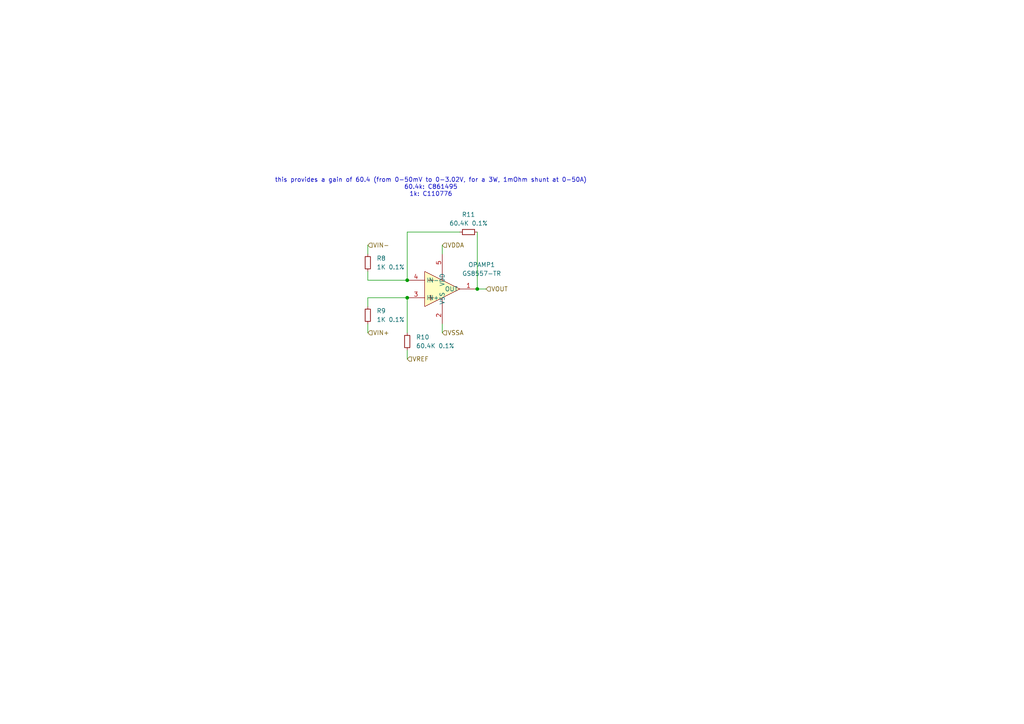
<source format=kicad_sch>
(kicad_sch (version 20250114) (generator "eeschema") (generator_version "9.0")
  (paper "A4")
  (lib_symbols
    (symbol "Device:R_Small" (pin_numbers (hide yes)) (pin_names (offset 0.254) (hide yes))
      (property "Reference" "R" (at 0 0 90))
      (property "Value" "R_Small" (at 1.778 0 90))
      (symbol "R_Small_0_1"
        (rectangle (start -0.762 1.778) (end 0.762 -1.778) (stroke (width 0.2032)))
      )
      (symbol "R_Small_1_1"
        (pin passive line (at 0 2.54 270) (length 0.762) (name "~") (number "1"))
        (pin passive line (at 0 -2.54 90) (length 0.762) (name "~") (number "2"))
      )
    )
    (symbol "EasyEDA:GS8557-TR"
      (property "Reference" "U" (at 0 15.24 0))
      (property "Value" "GS8557-TR" (at 0 -15.24 0))
      (symbol "GS8557-TR_0_1"
        (polyline (pts (xy -4.06 2.54) (xy -2.54 2.54)))
        (polyline (pts (xy -4.06 -2.54) (xy -2.54 -2.54)))
        (polyline (pts (xy -3.3 -1.78) (xy -3.3 -3.3)))
        (polyline (pts (xy 0 5.08) (xy 0 2.54)))
        (polyline (pts (xy 0 -2.54) (xy 0 -5.08)))
        (polyline (pts (xy 5.08 0) (xy -5.08 -5.08) (xy -5.08 5.08) (xy 5.08 0)) (fill (type background)))
        (pin unspecified line (at -10.16 2.54 0) (length 5.08) (name "IN-") (number "4"))
        (pin unspecified line (at -10.16 -2.54 0) (length 5.08) (name "IN+") (number "3"))
        (pin power_in line (at 0 10.16 270) (length 5.08) (name "VDD") (number "5"))
        (pin power_in line (at 0 -10.16 90) (length 5.08) (name "VSS") (number "2"))
        (pin output line (at 10.16 0 180) (length 5.08) (name "OUT") (number "1"))
      )
    )
  )
  (text "this provides a gain of 60.4 (from 0-50mV to 0-3.02V, for a 3W, 1mOhm shunt at 0-50A)\n60.4k: C861495\n1k: C110776" (at 124.968 54.356 0) (effects (font (size 1.27 1.27))))
  (junction (at 118.11 81.28))
  (junction (at 138.43 83.82))
  (junction (at 118.11 86.36))
  (wire (pts (xy 118.11 86.36) (xy 118.11 96.52)))
  (wire (pts (xy 106.68 93.98) (xy 106.68 96.52)))
  (wire (pts (xy 106.68 78.74) (xy 106.68 81.28)))
  (wire (pts (xy 118.11 86.36) (xy 106.68 86.36)))
  (wire (pts (xy 138.43 83.82) (xy 140.97 83.82)))
  (wire (pts (xy 118.11 81.28) (xy 118.11 67.31)))
  (wire (pts (xy 118.11 101.6) (xy 118.11 104.14)))
  (wire (pts (xy 106.68 71.12) (xy 106.68 73.66)))
  (wire (pts (xy 128.27 71.12) (xy 128.27 73.66)))
  (wire (pts (xy 106.68 81.28) (xy 118.11 81.28)))
  (wire (pts (xy 138.43 67.31) (xy 138.43 83.82)))
  (wire (pts (xy 128.27 93.98) (xy 128.27 96.52)))
  (wire (pts (xy 106.68 86.36) (xy 106.68 88.9)))
  (wire (pts (xy 118.11 67.31) (xy 133.35 67.31)))
  (hierarchical_label "VDDA" (shape input) (at 128.27 71.12 0))
  (hierarchical_label "VREF" (shape input) (at 118.11 104.14 0))
  (hierarchical_label "VOUT" (shape input) (at 140.97 83.82 0))
  (hierarchical_label "VIN+" (shape input) (at 106.68 96.52 0))
  (hierarchical_label "VIN-" (shape input) (at 106.68 71.12 0))
  (hierarchical_label "VSSA" (shape input) (at 128.27 96.52 0))
  (symbol (lib_id "EasyEDA:GS8557-TR") (at 128.27 83.82 0) (unit 1)
    (property "Reference" "OPAMP1" (at 139.7 76.7939 0))
    (property "Value" "GS8557-TR" (at 139.7 79.3339 0))
    (property "Footprint" "EasyEDA:SOT-23-5_L2.9-W1.6-P0.95-LS2.8-BR" (effects (hide yes)))
    (property "LCSC Part" "C2978612" (effects (hide yes)))
    (instances (project "BLDC-FOC" (path "" (reference "OPAMP1") (unit 1)) (path "" (reference "OPAMP3") (unit 1)) (path "" (reference "OPAMP2") (unit 1))))
  )
  (symbol (lib_id "Device:R_Small") (at 106.68 91.44 180) (unit 1)
    (property "Reference" "R9" (at 109.22 90.17 0) (effects (justify right)))
    (property "Value" "1K 0.1%" (at 109.22 92.71 0) (effects (justify right)))
    (property "Footprint" "Resistor_SMD:R_0603_1608Metric" (effects (hide yes)))
    (property "Description" "Resistor, small symbol" (effects (hide yes)))
    (instances (project "BLDC-FOC" (path "" (reference "R9") (unit 1)) (path "" (reference "R32") (unit 1)) (path "" (reference "R23") (unit 1))))
  )
  (symbol (lib_id "Device:R_Small") (at 135.89 67.31 90) (unit 1)
    (property "Reference" "R11" (at 135.89 62.23 90))
    (property "Value" "60.4K 0.1%" (at 135.89 64.77 90))
    (property "Footprint" "Resistor_SMD:R_0603_1608Metric" (effects (hide yes)))
    (property "Description" "Resistor, small symbol" (effects (hide yes)))
    (instances (project "BLDC-FOC" (path "" (reference "R11") (unit 1)) (path "" (reference "R34") (unit 1)) (path "" (reference "R25") (unit 1))))
  )
  (symbol (lib_id "Device:R_Small") (at 118.11 99.06 180) (unit 1)
    (property "Reference" "R10" (at 120.65 97.79 0) (effects (justify right)))
    (property "Value" "60.4K 0.1%" (at 120.65 100.33 0) (effects (justify right)))
    (property "Footprint" "Resistor_SMD:R_0603_1608Metric" (effects (hide yes)))
    (property "Description" "Resistor, small symbol" (effects (hide yes)))
    (instances (project "BLDC-FOC" (path "" (reference "R10") (unit 1)) (path "" (reference "R33") (unit 1)) (path "" (reference "R24") (unit 1))))
  )
  (symbol (lib_id "Device:R_Small") (at 106.68 76.2 180) (unit 1)
    (property "Reference" "R8" (at 109.22 74.93 0) (effects (justify right)))
    (property "Value" "1K 0.1%" (at 109.22 77.47 0) (effects (justify right)))
    (property "Footprint" "Resistor_SMD:R_0603_1608Metric" (effects (hide yes)))
    (property "Description" "Resistor, small symbol" (effects (hide yes)))
    (instances (project "BLDC-FOC" (path "" (reference "R8") (unit 1)) (path "" (reference "R31") (unit 1)) (path "" (reference "R22") (unit 1))))
  )
)
</source>
